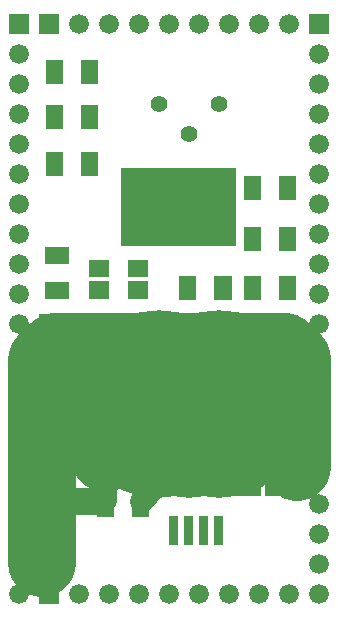
<source format=gbr>
G04 start of page 6 for group -4063 idx -4063 *
G04 Title: (unknown), componentmask *
G04 Creator: pcb 20140316 *
G04 CreationDate: Fri 27 Mar 2015 02:49:08 PM GMT UTC *
G04 For: fosse *
G04 Format: Gerber/RS-274X *
G04 PCB-Dimensions (mil): 1250.00 2150.00 *
G04 PCB-Coordinate-Origin: lower left *
%MOIN*%
%FSLAX25Y25*%
%LNTOPMASK*%
%ADD53C,0.0750*%
%ADD52C,0.0900*%
%ADD51C,0.2250*%
%ADD50R,0.2600X0.2600*%
%ADD49R,0.0300X0.0300*%
%ADD48C,0.0400*%
%ADD47R,0.0572X0.0572*%
%ADD46C,0.0560*%
%ADD45C,0.0001*%
%ADD44C,0.0660*%
%ADD43C,0.4250*%
%ADD42C,0.6250*%
G54D42*X57000Y79000D03*
X77000D03*
G54D43*X67000Y69000D03*
G54D44*X30500Y105500D03*
X40500D03*
X50500D03*
X60500D03*
X70500D03*
X80500D03*
X90500D03*
X100500D03*
G54D45*G36*
X7200Y208800D02*Y202200D01*
X13800D01*
Y208800D01*
X7200D01*
G37*
G54D44*X10500Y195500D03*
Y185500D03*
Y175500D03*
Y165500D03*
Y155500D03*
Y145500D03*
Y135500D03*
Y125500D03*
G54D45*G36*
X17200Y208800D02*Y202200D01*
X23800D01*
Y208800D01*
X17200D01*
G37*
G54D44*X30500Y205500D03*
X40500D03*
G54D46*X57000Y179000D03*
X77000D03*
X67000Y169000D03*
G54D45*G36*
X107200Y208800D02*Y202200D01*
X113800D01*
Y208800D01*
X107200D01*
G37*
G54D44*X110500Y195500D03*
Y185500D03*
Y175500D03*
Y165500D03*
Y155500D03*
Y145500D03*
X50500Y205500D03*
X60500D03*
X70500D03*
X80500D03*
X90500D03*
X100500D03*
X110500Y135500D03*
Y125500D03*
Y115500D03*
Y105500D03*
Y95500D03*
Y85500D03*
Y75500D03*
Y65500D03*
Y55500D03*
Y45500D03*
Y35500D03*
Y25500D03*
Y15500D03*
X10500Y115500D03*
Y105500D03*
Y95500D03*
Y85500D03*
Y75500D03*
Y65500D03*
G54D45*G36*
X17200Y108800D02*Y102200D01*
X23800D01*
Y108800D01*
X17200D01*
G37*
G54D44*X10500Y55500D03*
Y45500D03*
Y35500D03*
Y25500D03*
Y15500D03*
G54D45*G36*
X17200Y18800D02*Y12200D01*
X23800D01*
Y18800D01*
X17200D01*
G37*
G54D44*X30500Y15500D03*
X40500D03*
X50500D03*
X60500D03*
X70500D03*
X80500D03*
X90500D03*
X100500D03*
G54D47*X85819Y62914D02*X88181D01*
X85819Y51104D02*X88181D01*
X95319Y62905D02*X97681D01*
X95319Y51095D02*X97681D01*
G54D48*X87000Y62914D02*X96491D01*
G54D49*X62000Y40000D02*Y33500D01*
X67000Y40000D02*Y33500D01*
X72000Y40000D02*Y33500D01*
X77000Y40000D02*Y33500D01*
Y60500D02*Y54000D01*
X72000Y60500D02*Y54000D01*
G54D48*Y65000D02*Y57250D01*
G54D47*X99905Y118681D02*Y116319D01*
X88095Y135181D02*Y132819D01*
X99905Y135181D02*Y132819D01*
X88095Y152181D02*Y149819D01*
X99905Y152181D02*Y149819D01*
X49607Y124043D02*X50393D01*
G54D50*X57250Y144500D02*X69750D01*
G54D47*X49607Y116957D02*X50393D01*
G54D51*X22500Y98000D02*X99000D01*
X18000Y93500D02*X22500Y98000D01*
G54D47*X88095Y118681D02*Y116319D01*
X66595Y118681D02*Y116319D01*
X78405Y118681D02*Y116319D01*
G54D51*X99000Y98000D02*X103000Y94000D01*
Y58000D01*
G54D48*X77000Y79000D02*Y70000D01*
X72000Y65000D02*X77000Y70000D01*
X79914D01*
X87000Y62914D01*
G54D47*X39095Y49505D02*Y43995D01*
G54D51*X18000Y93500D02*Y26000D01*
G54D52*X20000Y46500D02*X38000D01*
G54D53*X39000Y61000D02*Y47000D01*
G54D47*X50905Y49505D02*Y43995D01*
G54D53*Y46750D02*X60500Y56345D01*
G54D49*X67000Y60500D02*Y54000D01*
X62000Y60500D02*Y54000D01*
G54D53*X60500Y58500D02*Y56345D01*
G54D48*X67000Y69000D02*Y59500D01*
X57000Y79000D02*X67000Y69000D01*
G54D51*X39000Y61000D02*X57000Y79000D01*
G54D47*X21819Y128500D02*X24181D01*
X21819Y116690D02*X24181D01*
X36607Y124043D02*X37393D01*
X36607Y116957D02*X37393D01*
X22095Y175681D02*Y173319D01*
X33905Y175681D02*Y173319D01*
X22095Y190681D02*Y188319D01*
X33905Y190681D02*Y188319D01*
X22095Y160181D02*Y157819D01*
X33905Y160181D02*Y157819D01*
M02*

</source>
